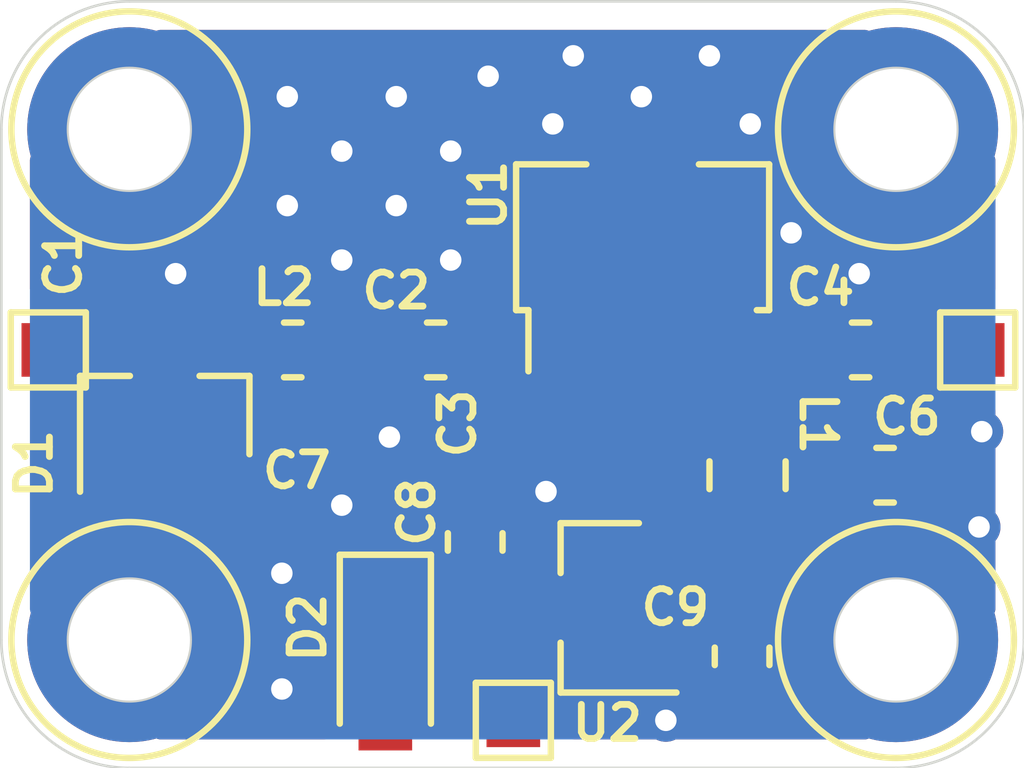
<source format=kicad_pcb>
(kicad_pcb (version 20171130) (host pcbnew "(5.1.6-0-10_14)")

  (general
    (thickness 1.6)
    (drawings 21)
    (tracks 61)
    (zones 0)
    (modules 23)
    (nets 12)
  )

  (page A4)
  (layers
    (0 F.Cu signal hide)
    (31 B.Cu signal hide)
    (32 B.Adhes user)
    (33 F.Adhes user)
    (34 B.Paste user)
    (35 F.Paste user)
    (36 B.SilkS user)
    (37 F.SilkS user)
    (38 B.Mask user hide)
    (39 F.Mask user)
    (40 Dwgs.User user)
    (41 Cmts.User user)
    (42 Eco1.User user)
    (43 Eco2.User user)
    (44 Edge.Cuts user)
    (45 Margin user)
    (46 B.CrtYd user hide)
    (47 F.CrtYd user hide)
    (48 B.Fab user)
    (49 F.Fab user hide)
  )

  (setup
    (last_trace_width 0.25)
    (user_trace_width 0.381)
    (user_trace_width 0.508)
    (user_trace_width 0.9525)
    (trace_clearance 0.1)
    (zone_clearance 0.508)
    (zone_45_only no)
    (trace_min 0.2)
    (via_size 0.8)
    (via_drill 0.4)
    (via_min_size 0.4)
    (via_min_drill 0.3)
    (user_via 1.016 0.508)
    (uvia_size 0.3)
    (uvia_drill 0.1)
    (uvias_allowed no)
    (uvia_min_size 0.2)
    (uvia_min_drill 0.1)
    (edge_width 0.05)
    (segment_width 0.2)
    (pcb_text_width 0.3)
    (pcb_text_size 1.5 1.5)
    (mod_edge_width 0.12)
    (mod_text_size 1 1)
    (mod_text_width 0.15)
    (pad_size 1 1)
    (pad_drill 0)
    (pad_to_mask_clearance 0.05)
    (aux_axis_origin 0 0)
    (grid_origin 116.586 91.186)
    (visible_elements 7FFFFFFF)
    (pcbplotparams
      (layerselection 0x010e0_ffffffff)
      (usegerberextensions false)
      (usegerberattributes true)
      (usegerberadvancedattributes true)
      (creategerberjobfile true)
      (excludeedgelayer true)
      (linewidth 0.100000)
      (plotframeref false)
      (viasonmask true)
      (mode 1)
      (useauxorigin false)
      (hpglpennumber 1)
      (hpglpenspeed 20)
      (hpglpendiameter 15.000000)
      (psnegative false)
      (psa4output false)
      (plotreference true)
      (plotvalue true)
      (plotinvisibletext false)
      (padsonsilk false)
      (subtractmaskfromsilk true)
      (outputformat 1)
      (mirror false)
      (drillshape 0)
      (scaleselection 1)
      (outputdirectory "./preamp_inline"))
  )

  (net 0 "")
  (net 1 GND)
  (net 2 "Net-(C1-Pad1)")
  (net 3 "Net-(C2-Pad1)")
  (net 4 "Net-(C2-Pad2)")
  (net 5 "Net-(C3-Pad1)")
  (net 6 "Net-(C4-Pad1)")
  (net 7 "Net-(C4-Pad2)")
  (net 8 "Net-(C5-Pad2)")
  (net 9 "Net-(C7-Pad1)")
  (net 10 VDD)
  (net 11 "Net-(C8-Pad1)")

  (net_class Default "This is the default net class."
    (clearance 0.1)
    (trace_width 0.25)
    (via_dia 0.8)
    (via_drill 0.4)
    (uvia_dia 0.3)
    (uvia_drill 0.1)
    (add_net GND)
    (add_net "Net-(C1-Pad1)")
    (add_net "Net-(C2-Pad1)")
    (add_net "Net-(C2-Pad2)")
    (add_net "Net-(C3-Pad1)")
    (add_net "Net-(C4-Pad1)")
    (add_net "Net-(C4-Pad2)")
    (add_net "Net-(C5-Pad2)")
    (add_net "Net-(C7-Pad1)")
    (add_net "Net-(C8-Pad1)")
    (add_net VDD)
  )

  (module preamp_board:mounting_hole (layer F.Cu) (tedit 5EE7B678) (tstamp 5EDAE840)
    (at 118.9736 93.5736)
    (fp_text reference REF** (at 1.4732 -4.1656) (layer F.SilkS) hide
      (effects (font (size 1 1) (thickness 0.15)))
    )
    (fp_text value mounting_hole (at 0 -2.54) (layer F.Fab) hide
      (effects (font (size 1 1) (thickness 0.15)))
    )
    (fp_circle (center 0 0) (end 2.2 0) (layer F.SilkS) (width 0.12))
    (pad Mask smd circle (at 0 0) (size 4.064 4.064) (layers F.Mask))
    (pad 1 thru_hole circle (at 0 0) (size 3.81 3.81) (drill 2.2606) (layers *.Cu)
      (net 1 GND) (zone_connect 2))
  )

  (module preamp_board:mounting_hole (layer F.Cu) (tedit 5EE7B678) (tstamp 5EE7E9B3)
    (at 133.2738 93.5736)
    (fp_text reference REF** (at 0 2.54) (layer F.SilkS) hide
      (effects (font (size 1 1) (thickness 0.15)))
    )
    (fp_text value mounting_hole (at 0 -2.54) (layer F.Fab) hide
      (effects (font (size 1 1) (thickness 0.15)))
    )
    (fp_circle (center 0 0) (end 2.2 0) (layer F.SilkS) (width 0.12))
    (pad Mask smd circle (at 0 0) (size 4.064 4.064) (layers F.Mask))
    (pad 1 thru_hole circle (at 0 0) (size 3.81 3.81) (drill 2.2606) (layers *.Cu)
      (net 1 GND) (zone_connect 2))
  )

  (module preamp_board:mounting_hole (layer F.Cu) (tedit 5EE7B678) (tstamp 5EDAEA25)
    (at 118.9736 103.0986)
    (fp_text reference REF** (at 0 2.54) (layer F.SilkS) hide
      (effects (font (size 1 1) (thickness 0.15)))
    )
    (fp_text value mounting_hole (at 0 -2.54) (layer F.Fab) hide
      (effects (font (size 1 1) (thickness 0.15)))
    )
    (fp_circle (center 0 0) (end 2.2 0) (layer F.SilkS) (width 0.12))
    (pad Mask smd circle (at 0 0) (size 4.064 4.064) (layers F.Mask))
    (pad 1 thru_hole circle (at 0 0) (size 3.81 3.81) (drill 2.2606) (layers *.Cu)
      (net 1 GND) (zone_connect 2))
  )

  (module preamp_board:mounting_hole (layer F.Cu) (tedit 5EE7B678) (tstamp 5EDAEA25)
    (at 133.2738 103.0986)
    (fp_text reference REF** (at 0 2.54) (layer F.SilkS) hide
      (effects (font (size 1 1) (thickness 0.15)))
    )
    (fp_text value mounting_hole (at 0 -2.54) (layer F.Fab) hide
      (effects (font (size 1 1) (thickness 0.15)))
    )
    (fp_circle (center 0 0) (end 2.2 0) (layer F.SilkS) (width 0.12))
    (pad Mask smd circle (at 0 0) (size 4.064 4.064) (layers F.Mask))
    (pad 1 thru_hole circle (at 0 0) (size 3.81 3.81) (drill 2.2606) (layers *.Cu)
      (net 1 GND) (zone_connect 2))
  )

  (module TestPoint:TestPoint_Pad_1.0x1.0mm (layer F.Cu) (tedit 5A0F774F) (tstamp 5EDB04B5)
    (at 117.4623 97.6884)
    (descr "SMD rectangular pad as test Point, square 1.0mm side length")
    (tags "test point SMD pad rectangle square")
    (path /5EDC4E53)
    (attr virtual)
    (fp_text reference J1 (at -0.9906 -1.778) (layer F.SilkS) hide
      (effects (font (size 1 1) (thickness 0.15)))
    )
    (fp_text value RF_IN (at 0 1.55) (layer F.Fab)
      (effects (font (size 1 1) (thickness 0.15)))
    )
    (fp_line (start 1 1) (end -1 1) (layer F.CrtYd) (width 0.05))
    (fp_line (start 1 1) (end 1 -1) (layer F.CrtYd) (width 0.05))
    (fp_line (start -1 -1) (end -1 1) (layer F.CrtYd) (width 0.05))
    (fp_line (start -1 -1) (end 1 -1) (layer F.CrtYd) (width 0.05))
    (fp_line (start -0.7 0.7) (end -0.7 -0.7) (layer F.SilkS) (width 0.12))
    (fp_line (start 0.7 0.7) (end -0.7 0.7) (layer F.SilkS) (width 0.12))
    (fp_line (start 0.7 -0.7) (end 0.7 0.7) (layer F.SilkS) (width 0.12))
    (fp_line (start -0.7 -0.7) (end 0.7 -0.7) (layer F.SilkS) (width 0.12))
    (fp_text user %R (at 0 -1.45) (layer F.Fab)
      (effects (font (size 1 1) (thickness 0.15)))
    )
    (pad 1 smd rect (at 0 0) (size 1 1) (layers F.Cu F.Mask)
      (net 2 "Net-(C1-Pad1)"))
  )

  (module Capacitor_SMD:C_0402_1005Metric (layer F.Cu) (tedit 5B301BBE) (tstamp 5EDA63CA)
    (at 118.6815 97.0129 90)
    (descr "Capacitor SMD 0402 (1005 Metric), square (rectangular) end terminal, IPC_7351 nominal, (Body size source: http://www.tortai-tech.com/upload/download/2011102023233369053.pdf), generated with kicad-footprint-generator")
    (tags capacitor)
    (path /5ED86524)
    (attr smd)
    (fp_text reference C1 (at 0.9501 -0.9398 90 unlocked) (layer F.SilkS)
      (effects (font (size 0.635 0.635) (thickness 0.127)))
    )
    (fp_text value C_0402 (at 0 1.17 90) (layer F.Fab)
      (effects (font (size 1 1) (thickness 0.15)))
    )
    (fp_line (start 0.93 0.47) (end -0.93 0.47) (layer F.CrtYd) (width 0.05))
    (fp_line (start 0.93 -0.47) (end 0.93 0.47) (layer F.CrtYd) (width 0.05))
    (fp_line (start -0.93 -0.47) (end 0.93 -0.47) (layer F.CrtYd) (width 0.05))
    (fp_line (start -0.93 0.47) (end -0.93 -0.47) (layer F.CrtYd) (width 0.05))
    (fp_line (start 0.5 0.25) (end -0.5 0.25) (layer F.Fab) (width 0.1))
    (fp_line (start 0.5 -0.25) (end 0.5 0.25) (layer F.Fab) (width 0.1))
    (fp_line (start -0.5 -0.25) (end 0.5 -0.25) (layer F.Fab) (width 0.1))
    (fp_line (start -0.5 0.25) (end -0.5 -0.25) (layer F.Fab) (width 0.1))
    (fp_text user %R (at 0 0 90) (layer F.Fab)
      (effects (font (size 0.25 0.25) (thickness 0.04)))
    )
    (pad 2 smd roundrect (at 0.485 0 90) (size 0.59 0.64) (layers F.Cu F.Paste F.Mask) (roundrect_rratio 0.25)
      (net 1 GND))
    (pad 1 smd roundrect (at -0.485 0 90) (size 0.59 0.64) (layers F.Cu F.Paste F.Mask) (roundrect_rratio 0.25)
      (net 2 "Net-(C1-Pad1)"))
    (model ${KISYS3DMOD}/Capacitor_SMD.3dshapes/C_0402_1005Metric.wrl
      (at (xyz 0 0 0))
      (scale (xyz 1 1 1))
      (rotate (xyz 0 0 0))
    )
  )

  (module Capacitor_SMD:C_0402_1005Metric (layer F.Cu) (tedit 5B301BBE) (tstamp 5EDE6DA5)
    (at 126.4134 99.0092 180)
    (descr "Capacitor SMD 0402 (1005 Metric), square (rectangular) end terminal, IPC_7351 nominal, (Body size source: http://www.tortai-tech.com/upload/download/2011102023233369053.pdf), generated with kicad-footprint-generator")
    (tags capacitor)
    (path /5ED83E2A)
    (attr smd)
    (fp_text reference C3 (at 1.3184 -0.0508 270) (layer F.SilkS)
      (effects (font (size 0.635 0.635) (thickness 0.127)))
    )
    (fp_text value C_0402 (at 0 1.17) (layer F.Fab)
      (effects (font (size 1 1) (thickness 0.15)))
    )
    (fp_line (start 0.93 0.47) (end -0.93 0.47) (layer F.CrtYd) (width 0.05))
    (fp_line (start 0.93 -0.47) (end 0.93 0.47) (layer F.CrtYd) (width 0.05))
    (fp_line (start -0.93 -0.47) (end 0.93 -0.47) (layer F.CrtYd) (width 0.05))
    (fp_line (start -0.93 0.47) (end -0.93 -0.47) (layer F.CrtYd) (width 0.05))
    (fp_line (start 0.5 0.25) (end -0.5 0.25) (layer F.Fab) (width 0.1))
    (fp_line (start 0.5 -0.25) (end 0.5 0.25) (layer F.Fab) (width 0.1))
    (fp_line (start -0.5 -0.25) (end 0.5 -0.25) (layer F.Fab) (width 0.1))
    (fp_line (start -0.5 0.25) (end -0.5 -0.25) (layer F.Fab) (width 0.1))
    (fp_text user %R (at 0 0) (layer F.Fab)
      (effects (font (size 0.25 0.25) (thickness 0.04)))
    )
    (pad 2 smd roundrect (at 0.485 0 180) (size 0.59 0.64) (layers F.Cu F.Paste F.Mask) (roundrect_rratio 0.25)
      (net 3 "Net-(C2-Pad1)"))
    (pad 1 smd roundrect (at -0.485 0 180) (size 0.59 0.64) (layers F.Cu F.Paste F.Mask) (roundrect_rratio 0.25)
      (net 5 "Net-(C3-Pad1)"))
    (model ${KISYS3DMOD}/Capacitor_SMD.3dshapes/C_0402_1005Metric.wrl
      (at (xyz 0 0 0))
      (scale (xyz 1 1 1))
      (rotate (xyz 0 0 0))
    )
  )

  (module Capacitor_SMD:C_0402_1005Metric (layer F.Cu) (tedit 5B301BBE) (tstamp 5ED93EE9)
    (at 128.501 100.1268)
    (descr "Capacitor SMD 0402 (1005 Metric), square (rectangular) end terminal, IPC_7351 nominal, (Body size source: http://www.tortai-tech.com/upload/download/2011102023233369053.pdf), generated with kicad-footprint-generator")
    (tags capacitor)
    (path /5ED87906)
    (attr smd)
    (fp_text reference C5 (at -1.1835 0.0762 90 unlocked) (layer F.SilkS) hide
      (effects (font (size 0.635 0.635) (thickness 0.127)))
    )
    (fp_text value C_0402 (at 0 1.17) (layer F.Fab)
      (effects (font (size 1 1) (thickness 0.15)))
    )
    (fp_line (start 0.93 0.47) (end -0.93 0.47) (layer F.CrtYd) (width 0.05))
    (fp_line (start 0.93 -0.47) (end 0.93 0.47) (layer F.CrtYd) (width 0.05))
    (fp_line (start -0.93 -0.47) (end 0.93 -0.47) (layer F.CrtYd) (width 0.05))
    (fp_line (start -0.93 0.47) (end -0.93 -0.47) (layer F.CrtYd) (width 0.05))
    (fp_line (start 0.5 0.25) (end -0.5 0.25) (layer F.Fab) (width 0.1))
    (fp_line (start 0.5 -0.25) (end 0.5 0.25) (layer F.Fab) (width 0.1))
    (fp_line (start -0.5 -0.25) (end 0.5 -0.25) (layer F.Fab) (width 0.1))
    (fp_line (start -0.5 0.25) (end -0.5 -0.25) (layer F.Fab) (width 0.1))
    (fp_text user %R (at 0 0) (layer F.Fab)
      (effects (font (size 0.25 0.25) (thickness 0.04)))
    )
    (pad 2 smd roundrect (at 0.485 0) (size 0.59 0.64) (layers F.Cu F.Paste F.Mask) (roundrect_rratio 0.25)
      (net 8 "Net-(C5-Pad2)"))
    (pad 1 smd roundrect (at -0.485 0) (size 0.59 0.64) (layers F.Cu F.Paste F.Mask) (roundrect_rratio 0.25)
      (net 1 GND))
    (model ${KISYS3DMOD}/Capacitor_SMD.3dshapes/C_0402_1005Metric.wrl
      (at (xyz 0 0 0))
      (scale (xyz 1 1 1))
      (rotate (xyz 0 0 0))
    )
  )

  (module Capacitor_SMD:C_0402_1005Metric (layer F.Cu) (tedit 5B301BBE) (tstamp 5ED93F09)
    (at 121.262 100.9015)
    (descr "Capacitor SMD 0402 (1005 Metric), square (rectangular) end terminal, IPC_7351 nominal, (Body size source: http://www.tortai-tech.com/upload/download/2011102023233369053.pdf), generated with kicad-footprint-generator")
    (tags capacitor)
    (path /5EDC06E7)
    (attr smd)
    (fp_text reference C7 (at 0.8358 -0.9652 unlocked) (layer F.SilkS)
      (effects (font (size 0.635 0.635) (thickness 0.127)))
    )
    (fp_text value C_0402 (at 0 1.17) (layer F.Fab)
      (effects (font (size 1 1) (thickness 0.15)))
    )
    (fp_line (start 0.93 0.47) (end -0.93 0.47) (layer F.CrtYd) (width 0.05))
    (fp_line (start 0.93 -0.47) (end 0.93 0.47) (layer F.CrtYd) (width 0.05))
    (fp_line (start -0.93 -0.47) (end 0.93 -0.47) (layer F.CrtYd) (width 0.05))
    (fp_line (start -0.93 0.47) (end -0.93 -0.47) (layer F.CrtYd) (width 0.05))
    (fp_line (start 0.5 0.25) (end -0.5 0.25) (layer F.Fab) (width 0.1))
    (fp_line (start 0.5 -0.25) (end 0.5 0.25) (layer F.Fab) (width 0.1))
    (fp_line (start -0.5 -0.25) (end 0.5 -0.25) (layer F.Fab) (width 0.1))
    (fp_line (start -0.5 0.25) (end -0.5 -0.25) (layer F.Fab) (width 0.1))
    (fp_text user %R (at 0 0) (layer F.Fab)
      (effects (font (size 0.25 0.25) (thickness 0.04)))
    )
    (pad 2 smd roundrect (at 0.485 0) (size 0.59 0.64) (layers F.Cu F.Paste F.Mask) (roundrect_rratio 0.25)
      (net 1 GND))
    (pad 1 smd roundrect (at -0.485 0) (size 0.59 0.64) (layers F.Cu F.Paste F.Mask) (roundrect_rratio 0.25)
      (net 9 "Net-(C7-Pad1)"))
    (model ${KISYS3DMOD}/Capacitor_SMD.3dshapes/C_0402_1005Metric.wrl
      (at (xyz 0 0 0))
      (scale (xyz 1 1 1))
      (rotate (xyz 0 0 0))
    )
  )

  (module Package_TO_SOT_SMD:SOT-23 (layer F.Cu) (tedit 5A02FF57) (tstamp 5EDAFE3F)
    (at 119.634 98.933 90)
    (descr "SOT-23, Standard")
    (tags SOT-23)
    (path /5EDA8CFA)
    (attr smd)
    (fp_text reference D1 (at -0.8796 -2.4384 90) (layer F.SilkS)
      (effects (font (size 0.635 0.635) (thickness 0.127)))
    )
    (fp_text value BAV99 (at 0 2.5 90) (layer F.Fab)
      (effects (font (size 1 1) (thickness 0.15)))
    )
    (fp_line (start 0.76 1.58) (end -0.7 1.58) (layer F.SilkS) (width 0.12))
    (fp_line (start 0.76 -1.58) (end -1.4 -1.58) (layer F.SilkS) (width 0.12))
    (fp_line (start -1.7 1.75) (end -1.7 -1.75) (layer F.CrtYd) (width 0.05))
    (fp_line (start 1.7 1.75) (end -1.7 1.75) (layer F.CrtYd) (width 0.05))
    (fp_line (start 1.7 -1.75) (end 1.7 1.75) (layer F.CrtYd) (width 0.05))
    (fp_line (start -1.7 -1.75) (end 1.7 -1.75) (layer F.CrtYd) (width 0.05))
    (fp_line (start 0.76 -1.58) (end 0.76 -0.65) (layer F.SilkS) (width 0.12))
    (fp_line (start 0.76 1.58) (end 0.76 0.65) (layer F.SilkS) (width 0.12))
    (fp_line (start -0.7 1.52) (end 0.7 1.52) (layer F.Fab) (width 0.1))
    (fp_line (start 0.7 -1.52) (end 0.7 1.52) (layer F.Fab) (width 0.1))
    (fp_line (start -0.7 -0.95) (end -0.15 -1.52) (layer F.Fab) (width 0.1))
    (fp_line (start -0.15 -1.52) (end 0.7 -1.52) (layer F.Fab) (width 0.1))
    (fp_line (start -0.7 -0.95) (end -0.7 1.5) (layer F.Fab) (width 0.1))
    (fp_text user %R (at 0 0) (layer F.Fab)
      (effects (font (size 0.5 0.5) (thickness 0.075)))
    )
    (pad 3 smd rect (at 1 0 90) (size 0.9 0.8) (layers F.Cu F.Paste F.Mask)
      (net 2 "Net-(C1-Pad1)"))
    (pad 2 smd rect (at -1 0.95 90) (size 0.9 0.8) (layers F.Cu F.Paste F.Mask)
      (net 9 "Net-(C7-Pad1)"))
    (pad 1 smd rect (at -1 -0.95 90) (size 0.9 0.8) (layers F.Cu F.Paste F.Mask)
      (net 9 "Net-(C7-Pad1)"))
    (model ${KISYS3DMOD}/Package_TO_SOT_SMD.3dshapes/SOT-23.wrl
      (at (xyz 0 0 0))
      (scale (xyz 1 1 1))
      (rotate (xyz 0 0 0))
    )
  )

  (module Resistor_SMD:R_0402_1005Metric (layer F.Cu) (tedit 5B301BBD) (tstamp 5EDAD811)
    (at 128.4502 99.0092 180)
    (descr "Resistor SMD 0402 (1005 Metric), square (rectangular) end terminal, IPC_7351 nominal, (Body size source: http://www.tortai-tech.com/upload/download/2011102023233369053.pdf), generated with kicad-footprint-generator")
    (tags resistor)
    (path /5ED84960)
    (attr smd)
    (fp_text reference R1 (at 1.0057 0.5207 unlocked) (layer F.SilkS) hide
      (effects (font (size 0.635 0.635) (thickness 0.127)))
    )
    (fp_text value R_0402 (at 0 1.17) (layer F.Fab)
      (effects (font (size 1 1) (thickness 0.15)))
    )
    (fp_line (start 0.93 0.47) (end -0.93 0.47) (layer F.CrtYd) (width 0.05))
    (fp_line (start 0.93 -0.47) (end 0.93 0.47) (layer F.CrtYd) (width 0.05))
    (fp_line (start -0.93 -0.47) (end 0.93 -0.47) (layer F.CrtYd) (width 0.05))
    (fp_line (start -0.93 0.47) (end -0.93 -0.47) (layer F.CrtYd) (width 0.05))
    (fp_line (start 0.5 0.25) (end -0.5 0.25) (layer F.Fab) (width 0.1))
    (fp_line (start 0.5 -0.25) (end 0.5 0.25) (layer F.Fab) (width 0.1))
    (fp_line (start -0.5 -0.25) (end 0.5 -0.25) (layer F.Fab) (width 0.1))
    (fp_line (start -0.5 0.25) (end -0.5 -0.25) (layer F.Fab) (width 0.1))
    (fp_text user %R (at 0 0) (layer F.Fab)
      (effects (font (size 0.25 0.25) (thickness 0.04)))
    )
    (pad 2 smd roundrect (at 0.485 0 180) (size 0.59 0.64) (layers F.Cu F.Paste F.Mask) (roundrect_rratio 0.25)
      (net 5 "Net-(C3-Pad1)"))
    (pad 1 smd roundrect (at -0.485 0 180) (size 0.59 0.64) (layers F.Cu F.Paste F.Mask) (roundrect_rratio 0.25)
      (net 7 "Net-(C4-Pad2)"))
    (model ${KISYS3DMOD}/Resistor_SMD.3dshapes/R_0402_1005Metric.wrl
      (at (xyz 0 0 0))
      (scale (xyz 1 1 1))
      (rotate (xyz 0 0 0))
    )
  )

  (module Package_TO_SOT_SMD:SOT-89-3 (layer F.Cu) (tedit 5EDE6B21) (tstamp 5EDAFB80)
    (at 128.548 95.886 90)
    (descr "SOT-89-3, http://ww1.microchip.com/downloads/en/DeviceDoc/3L_SOT-89_MB_C04-029C.pdf")
    (tags SOT-89-3)
    (path /5ED9C6CD)
    (attr smd)
    (fp_text reference U1 (at 1.0805 -2.8815 90) (layer F.SilkS)
      (effects (font (size 0.635 0.635) (thickness 0.127)))
    )
    (fp_text value PHA-13LN (at 0.3 3.5 90) (layer F.Fab)
      (effects (font (size 1 1) (thickness 0.15)))
    )
    (fp_line (start -1.06 2.36) (end -1.06 2.13) (layer F.SilkS) (width 0.12))
    (fp_line (start -1.06 -2.36) (end -1.06 -2.13) (layer F.SilkS) (width 0.12))
    (fp_line (start -1.06 -2.36) (end 1.66 -2.36) (layer F.SilkS) (width 0.12))
    (fp_line (start -2.55 2.5) (end -2.55 -2.5) (layer F.CrtYd) (width 0.05))
    (fp_line (start -2.55 2.5) (end 2.55 2.5) (layer F.CrtYd) (width 0.05))
    (fp_line (start 2.55 -2.5) (end -2.55 -2.5) (layer F.CrtYd) (width 0.05))
    (fp_line (start 2.55 -2.5) (end 2.55 2.5) (layer F.CrtYd) (width 0.05))
    (fp_line (start 0.05 -2.25) (end 1.55 -2.25) (layer F.Fab) (width 0.1))
    (fp_line (start -0.95 2.25) (end -0.95 -1.25) (layer F.Fab) (width 0.1))
    (fp_line (start 1.55 2.25) (end -0.95 2.25) (layer F.Fab) (width 0.1))
    (fp_line (start 1.55 -2.25) (end 1.55 2.25) (layer F.Fab) (width 0.1))
    (fp_line (start -0.95 -1.25) (end 0.05 -2.25) (layer F.Fab) (width 0.1))
    (fp_line (start 1.66 -2.36) (end 1.66 -1.05) (layer F.SilkS) (width 0.12))
    (fp_line (start -2.2 -2.13) (end -1.06 -2.13) (layer F.SilkS) (width 0.12))
    (fp_line (start 1.66 2.36) (end -1.06 2.36) (layer F.SilkS) (width 0.12))
    (fp_line (start 1.66 1.05) (end 1.66 2.36) (layer F.SilkS) (width 0.12))
    (fp_text user %R (at 0.5 0) (layer F.Fab)
      (effects (font (size 1 1) (thickness 0.15)))
    )
    (pad 2 smd custom (at -1.5625 0 90) (size 1.475 0.762) (layers F.Cu F.Paste F.Mask)
      (net 1 GND) (zone_connect 2)
      (options (clearance outline) (anchor rect))
      (primitives
        (gr_poly (pts
           (xy 0.7375 -0.381) (xy 1.27 -0.381) (xy 1.778 -0.889) (xy 3.8625 -0.889) (xy 3.8625 0.889)
           (xy 1.778 0.889) (xy 1.27 0.381) (xy 0.7375 0.381)) (width 0))
      ))
    (pad 3 smd rect (at -1.65 1.5 90) (size 1.3 0.9) (layers F.Cu F.Paste F.Mask)
      (net 7 "Net-(C4-Pad2)"))
    (pad 1 smd rect (at -1.65 -1.5 90) (size 1.3 0.9) (layers F.Cu F.Paste F.Mask)
      (net 3 "Net-(C2-Pad1)"))
    (model ${KISYS3DMOD}/Package_TO_SOT_SMD.3dshapes/SOT-89-3.wrl
      (at (xyz 0 0 0))
      (scale (xyz 1 1 1))
      (rotate (xyz 0 0 0))
    )
  )

  (module Capacitor_SMD:C_0603_1608Metric (layer F.Cu) (tedit 5B301BBE) (tstamp 5EDE39D8)
    (at 124.6885 97.6884 180)
    (descr "Capacitor SMD 0603 (1608 Metric), square (rectangular) end terminal, IPC_7351 nominal, (Body size source: http://www.tortai-tech.com/upload/download/2011102023233369053.pdf), generated with kicad-footprint-generator")
    (tags capacitor)
    (path /5ED85AE9)
    (attr smd)
    (fp_text reference C2 (at 0.7365 1.1049 unlocked) (layer F.SilkS)
      (effects (font (size 0.635 0.635) (thickness 0.127)))
    )
    (fp_text value C_0603 (at 0 1.43) (layer F.Fab)
      (effects (font (size 1 1) (thickness 0.15)))
    )
    (fp_line (start 1.48 0.73) (end -1.48 0.73) (layer F.CrtYd) (width 0.05))
    (fp_line (start 1.48 -0.73) (end 1.48 0.73) (layer F.CrtYd) (width 0.05))
    (fp_line (start -1.48 -0.73) (end 1.48 -0.73) (layer F.CrtYd) (width 0.05))
    (fp_line (start -1.48 0.73) (end -1.48 -0.73) (layer F.CrtYd) (width 0.05))
    (fp_line (start -0.162779 0.51) (end 0.162779 0.51) (layer F.SilkS) (width 0.12))
    (fp_line (start -0.162779 -0.51) (end 0.162779 -0.51) (layer F.SilkS) (width 0.12))
    (fp_line (start 0.8 0.4) (end -0.8 0.4) (layer F.Fab) (width 0.1))
    (fp_line (start 0.8 -0.4) (end 0.8 0.4) (layer F.Fab) (width 0.1))
    (fp_line (start -0.8 -0.4) (end 0.8 -0.4) (layer F.Fab) (width 0.1))
    (fp_line (start -0.8 0.4) (end -0.8 -0.4) (layer F.Fab) (width 0.1))
    (fp_text user %R (at 0 0) (layer F.Fab)
      (effects (font (size 0.4 0.4) (thickness 0.06)))
    )
    (pad 2 smd roundrect (at 0.7875 0 180) (size 0.875 0.95) (layers F.Cu F.Paste F.Mask) (roundrect_rratio 0.25)
      (net 4 "Net-(C2-Pad2)"))
    (pad 1 smd roundrect (at -0.7875 0 180) (size 0.875 0.95) (layers F.Cu F.Paste F.Mask) (roundrect_rratio 0.25)
      (net 3 "Net-(C2-Pad1)"))
    (model ${KISYS3DMOD}/Capacitor_SMD.3dshapes/C_0603_1608Metric.wrl
      (at (xyz 0 0 0))
      (scale (xyz 1 1 1))
      (rotate (xyz 0 0 0))
    )
  )

  (module Capacitor_SMD:C_0603_1608Metric (layer F.Cu) (tedit 5B301BBE) (tstamp 5EDA6A15)
    (at 132.6135 97.6884 180)
    (descr "Capacitor SMD 0603 (1608 Metric), square (rectangular) end terminal, IPC_7351 nominal, (Body size source: http://www.tortai-tech.com/upload/download/2011102023233369053.pdf), generated with kicad-footprint-generator")
    (tags capacitor)
    (path /5ED8835D)
    (attr smd)
    (fp_text reference C4 (at 0.7494 1.1684) (layer F.SilkS)
      (effects (font (size 0.635 0.635) (thickness 0.127)))
    )
    (fp_text value C_0603 (at 0 1.43) (layer F.Fab)
      (effects (font (size 1 1) (thickness 0.15)))
    )
    (fp_line (start 1.48 0.73) (end -1.48 0.73) (layer F.CrtYd) (width 0.05))
    (fp_line (start 1.48 -0.73) (end 1.48 0.73) (layer F.CrtYd) (width 0.05))
    (fp_line (start -1.48 -0.73) (end 1.48 -0.73) (layer F.CrtYd) (width 0.05))
    (fp_line (start -1.48 0.73) (end -1.48 -0.73) (layer F.CrtYd) (width 0.05))
    (fp_line (start -0.162779 0.51) (end 0.162779 0.51) (layer F.SilkS) (width 0.12))
    (fp_line (start -0.162779 -0.51) (end 0.162779 -0.51) (layer F.SilkS) (width 0.12))
    (fp_line (start 0.8 0.4) (end -0.8 0.4) (layer F.Fab) (width 0.1))
    (fp_line (start 0.8 -0.4) (end 0.8 0.4) (layer F.Fab) (width 0.1))
    (fp_line (start -0.8 -0.4) (end 0.8 -0.4) (layer F.Fab) (width 0.1))
    (fp_line (start -0.8 0.4) (end -0.8 -0.4) (layer F.Fab) (width 0.1))
    (fp_text user %R (at 0 0) (layer F.Fab)
      (effects (font (size 0.4 0.4) (thickness 0.06)))
    )
    (pad 2 smd roundrect (at 0.7875 0 180) (size 0.875 0.95) (layers F.Cu F.Paste F.Mask) (roundrect_rratio 0.25)
      (net 7 "Net-(C4-Pad2)"))
    (pad 1 smd roundrect (at -0.7875 0 180) (size 0.875 0.95) (layers F.Cu F.Paste F.Mask) (roundrect_rratio 0.25)
      (net 6 "Net-(C4-Pad1)"))
    (model ${KISYS3DMOD}/Capacitor_SMD.3dshapes/C_0603_1608Metric.wrl
      (at (xyz 0 0 0))
      (scale (xyz 1 1 1))
      (rotate (xyz 0 0 0))
    )
  )

  (module Inductor_SMD:L_0603_1608Metric (layer F.Cu) (tedit 5B301BBE) (tstamp 5EDAFBBE)
    (at 122.0215 97.6884)
    (descr "Inductor SMD 0603 (1608 Metric), square (rectangular) end terminal, IPC_7351 nominal, (Body size source: http://www.tortai-tech.com/upload/download/2011102023233369053.pdf), generated with kicad-footprint-generator")
    (tags inductor)
    (path /5ED913EC)
    (attr smd)
    (fp_text reference L2 (at -0.165 -1.1684) (layer F.SilkS)
      (effects (font (size 0.635 0.635) (thickness 0.127)))
    )
    (fp_text value L_0603 (at 0 1.43) (layer F.Fab)
      (effects (font (size 1 1) (thickness 0.15)))
    )
    (fp_line (start 1.48 0.73) (end -1.48 0.73) (layer F.CrtYd) (width 0.05))
    (fp_line (start 1.48 -0.73) (end 1.48 0.73) (layer F.CrtYd) (width 0.05))
    (fp_line (start -1.48 -0.73) (end 1.48 -0.73) (layer F.CrtYd) (width 0.05))
    (fp_line (start -1.48 0.73) (end -1.48 -0.73) (layer F.CrtYd) (width 0.05))
    (fp_line (start -0.162779 0.51) (end 0.162779 0.51) (layer F.SilkS) (width 0.12))
    (fp_line (start -0.162779 -0.51) (end 0.162779 -0.51) (layer F.SilkS) (width 0.12))
    (fp_line (start 0.8 0.4) (end -0.8 0.4) (layer F.Fab) (width 0.1))
    (fp_line (start 0.8 -0.4) (end 0.8 0.4) (layer F.Fab) (width 0.1))
    (fp_line (start -0.8 -0.4) (end 0.8 -0.4) (layer F.Fab) (width 0.1))
    (fp_line (start -0.8 0.4) (end -0.8 -0.4) (layer F.Fab) (width 0.1))
    (fp_text user %R (at 0 0) (layer F.Fab)
      (effects (font (size 0.4 0.4) (thickness 0.06)))
    )
    (pad 2 smd roundrect (at 0.7875 0) (size 0.875 0.95) (layers F.Cu F.Paste F.Mask) (roundrect_rratio 0.25)
      (net 4 "Net-(C2-Pad2)"))
    (pad 1 smd roundrect (at -0.7875 0) (size 0.875 0.95) (layers F.Cu F.Paste F.Mask) (roundrect_rratio 0.25)
      (net 2 "Net-(C1-Pad1)"))
    (model ${KISYS3DMOD}/Inductor_SMD.3dshapes/L_0603_1608Metric.wrl
      (at (xyz 0 0 0))
      (scale (xyz 1 1 1))
      (rotate (xyz 0 0 0))
    )
  )

  (module Capacitor_SMD:C_0603_1608Metric (layer F.Cu) (tedit 5B301BBE) (tstamp 5EDA6766)
    (at 133.0707 100.0252 180)
    (descr "Capacitor SMD 0603 (1608 Metric), square (rectangular) end terminal, IPC_7351 nominal, (Body size source: http://www.tortai-tech.com/upload/download/2011102023233369053.pdf), generated with kicad-footprint-generator")
    (tags capacitor)
    (path /5ED8732B)
    (attr smd)
    (fp_text reference C6 (at -0.4063 1.0922 180) (layer F.SilkS)
      (effects (font (size 0.635 0.635) (thickness 0.127)))
    )
    (fp_text value C_0603 (at 0 1.43) (layer F.Fab)
      (effects (font (size 1 1) (thickness 0.15)))
    )
    (fp_line (start 1.48 0.73) (end -1.48 0.73) (layer F.CrtYd) (width 0.05))
    (fp_line (start 1.48 -0.73) (end 1.48 0.73) (layer F.CrtYd) (width 0.05))
    (fp_line (start -1.48 -0.73) (end 1.48 -0.73) (layer F.CrtYd) (width 0.05))
    (fp_line (start -1.48 0.73) (end -1.48 -0.73) (layer F.CrtYd) (width 0.05))
    (fp_line (start -0.162779 0.51) (end 0.162779 0.51) (layer F.SilkS) (width 0.12))
    (fp_line (start -0.162779 -0.51) (end 0.162779 -0.51) (layer F.SilkS) (width 0.12))
    (fp_line (start 0.8 0.4) (end -0.8 0.4) (layer F.Fab) (width 0.1))
    (fp_line (start 0.8 -0.4) (end 0.8 0.4) (layer F.Fab) (width 0.1))
    (fp_line (start -0.8 -0.4) (end 0.8 -0.4) (layer F.Fab) (width 0.1))
    (fp_line (start -0.8 0.4) (end -0.8 -0.4) (layer F.Fab) (width 0.1))
    (fp_text user %R (at 0 0) (layer F.Fab)
      (effects (font (size 0.4 0.4) (thickness 0.06)))
    )
    (pad 2 smd roundrect (at 0.7875 0 180) (size 0.875 0.95) (layers F.Cu F.Paste F.Mask) (roundrect_rratio 0.25)
      (net 8 "Net-(C5-Pad2)"))
    (pad 1 smd roundrect (at -0.7875 0 180) (size 0.875 0.95) (layers F.Cu F.Paste F.Mask) (roundrect_rratio 0.25)
      (net 1 GND))
    (model ${KISYS3DMOD}/Capacitor_SMD.3dshapes/C_0603_1608Metric.wrl
      (at (xyz 0 0 0))
      (scale (xyz 1 1 1))
      (rotate (xyz 0 0 0))
    )
  )

  (module TestPoint:TestPoint_Pad_1.0x1.0mm (layer F.Cu) (tedit 5EE7AB12) (tstamp 5EDA68B6)
    (at 134.7978 97.6884)
    (descr "SMD rectangular pad as test Point, square 1.0mm side length")
    (tags "test point SMD pad rectangle square")
    (path /5EDC6FC2)
    (attr virtual)
    (fp_text reference J2 (at 0 -1.448) (layer F.SilkS) hide
      (effects (font (size 1 1) (thickness 0.15)))
    )
    (fp_text value RF_OUT (at 0 1.55) (layer F.Fab)
      (effects (font (size 1 1) (thickness 0.15)))
    )
    (fp_line (start 1 1) (end -1 1) (layer F.CrtYd) (width 0.05))
    (fp_line (start 1 1) (end 1 -1) (layer F.CrtYd) (width 0.05))
    (fp_line (start -1 -1) (end -1 1) (layer F.CrtYd) (width 0.05))
    (fp_line (start -1 -1) (end 1 -1) (layer F.CrtYd) (width 0.05))
    (fp_line (start -0.7 0.7) (end -0.7 -0.7) (layer F.SilkS) (width 0.12))
    (fp_line (start 0.7 0.7) (end -0.7 0.7) (layer F.SilkS) (width 0.12))
    (fp_line (start 0.7 -0.7) (end 0.7 0.7) (layer F.SilkS) (width 0.12))
    (fp_line (start -0.7 -0.7) (end 0.7 -0.7) (layer F.SilkS) (width 0.12))
    (fp_text user %R (at 0 -1.45) (layer F.Fab)
      (effects (font (size 1 1) (thickness 0.15)))
    )
    (pad 1 smd rect (at 0 0) (size 1 1) (layers F.Cu F.Mask)
      (net 6 "Net-(C4-Pad1)"))
  )

  (module Inductor_SMD:L_0805_2012Metric (layer F.Cu) (tedit 5B36C52B) (tstamp 5EDAFD78)
    (at 130.5052 100.0252 90)
    (descr "Inductor SMD 0805 (2012 Metric), square (rectangular) end terminal, IPC_7351 nominal, (Body size source: https://docs.google.com/spreadsheets/d/1BsfQQcO9C6DZCsRaXUlFlo91Tg2WpOkGARC1WS5S8t0/edit?usp=sharing), generated with kicad-footprint-generator")
    (tags inductor)
    (path /5ED8A7A6)
    (attr smd)
    (fp_text reference L1 (at 0.9652 1.3208 270 unlocked) (layer F.SilkS)
      (effects (font (size 0.635 0.635) (thickness 0.127)))
    )
    (fp_text value L_0805 (at 0 1.65 90) (layer F.Fab)
      (effects (font (size 1 1) (thickness 0.15)))
    )
    (fp_line (start -1 0.6) (end -1 -0.6) (layer F.Fab) (width 0.1))
    (fp_line (start -1 -0.6) (end 1 -0.6) (layer F.Fab) (width 0.1))
    (fp_line (start 1 -0.6) (end 1 0.6) (layer F.Fab) (width 0.1))
    (fp_line (start 1 0.6) (end -1 0.6) (layer F.Fab) (width 0.1))
    (fp_line (start -0.258578 -0.71) (end 0.258578 -0.71) (layer F.SilkS) (width 0.12))
    (fp_line (start -0.258578 0.71) (end 0.258578 0.71) (layer F.SilkS) (width 0.12))
    (fp_line (start -1.68 0.95) (end -1.68 -0.95) (layer F.CrtYd) (width 0.05))
    (fp_line (start -1.68 -0.95) (end 1.68 -0.95) (layer F.CrtYd) (width 0.05))
    (fp_line (start 1.68 -0.95) (end 1.68 0.95) (layer F.CrtYd) (width 0.05))
    (fp_line (start 1.68 0.95) (end -1.68 0.95) (layer F.CrtYd) (width 0.05))
    (fp_text user %R (at 0 0 90) (layer F.Fab)
      (effects (font (size 0.5 0.5) (thickness 0.08)))
    )
    (pad 1 smd roundrect (at -0.9375 0 90) (size 0.975 1.4) (layers F.Cu F.Paste F.Mask) (roundrect_rratio 0.25)
      (net 8 "Net-(C5-Pad2)"))
    (pad 2 smd roundrect (at 0.9375 0 90) (size 0.975 1.4) (layers F.Cu F.Paste F.Mask) (roundrect_rratio 0.25)
      (net 7 "Net-(C4-Pad2)"))
    (model ${KISYS3DMOD}/Inductor_SMD.3dshapes/L_0805_2012Metric.wrl
      (at (xyz 0 0 0))
      (scale (xyz 1 1 1))
      (rotate (xyz 0 0 0))
    )
  )

  (module Package_TO_SOT_SMD:SOT-23 (layer F.Cu) (tedit 5A02FF57) (tstamp 5EDE55BD)
    (at 127.778 102.4992 180)
    (descr "SOT-23, Standard")
    (tags SOT-23)
    (path /5EE530B9)
    (attr smd)
    (fp_text reference U2 (at -0.111 -2.1488 180) (layer F.SilkS)
      (effects (font (size 0.635 0.635) (thickness 0.127)))
    )
    (fp_text value TPS7A05 (at 0 2.5) (layer F.Fab)
      (effects (font (size 1 1) (thickness 0.15)))
    )
    (fp_line (start 0.76 1.58) (end -0.7 1.58) (layer F.SilkS) (width 0.12))
    (fp_line (start 0.76 -1.58) (end -1.4 -1.58) (layer F.SilkS) (width 0.12))
    (fp_line (start -1.7 1.75) (end -1.7 -1.75) (layer F.CrtYd) (width 0.05))
    (fp_line (start 1.7 1.75) (end -1.7 1.75) (layer F.CrtYd) (width 0.05))
    (fp_line (start 1.7 -1.75) (end 1.7 1.75) (layer F.CrtYd) (width 0.05))
    (fp_line (start -1.7 -1.75) (end 1.7 -1.75) (layer F.CrtYd) (width 0.05))
    (fp_line (start 0.76 -1.58) (end 0.76 -0.65) (layer F.SilkS) (width 0.12))
    (fp_line (start 0.76 1.58) (end 0.76 0.65) (layer F.SilkS) (width 0.12))
    (fp_line (start -0.7 1.52) (end 0.7 1.52) (layer F.Fab) (width 0.1))
    (fp_line (start 0.7 -1.52) (end 0.7 1.52) (layer F.Fab) (width 0.1))
    (fp_line (start -0.7 -0.95) (end -0.15 -1.52) (layer F.Fab) (width 0.1))
    (fp_line (start -0.15 -1.52) (end 0.7 -1.52) (layer F.Fab) (width 0.1))
    (fp_line (start -0.7 -0.95) (end -0.7 1.5) (layer F.Fab) (width 0.1))
    (fp_text user %R (at 0 0 90) (layer F.Fab)
      (effects (font (size 0.5 0.5) (thickness 0.075)))
    )
    (pad 1 smd rect (at -1 -0.95 180) (size 0.9 0.8) (layers F.Cu F.Paste F.Mask)
      (net 1 GND))
    (pad 2 smd rect (at -1 0.95 180) (size 0.9 0.8) (layers F.Cu F.Paste F.Mask)
      (net 8 "Net-(C5-Pad2)"))
    (pad 3 smd rect (at 1 0 180) (size 0.9 0.8) (layers F.Cu F.Paste F.Mask)
      (net 11 "Net-(C8-Pad1)"))
    (model ${KISYS3DMOD}/Package_TO_SOT_SMD.3dshapes/SOT-23.wrl
      (at (xyz 0 0 0))
      (scale (xyz 1 1 1))
      (rotate (xyz 0 0 0))
    )
  )

  (module TestPoint:TestPoint_Pad_1.0x1.0mm (layer F.Cu) (tedit 5A0F774F) (tstamp 5EDF92AD)
    (at 126.1364 104.5972)
    (descr "SMD rectangular pad as test Point, square 1.0mm side length")
    (tags "test point SMD pad rectangle square")
    (path /5EE96506)
    (attr virtual)
    (fp_text reference J3 (at 0 -1.448) (layer F.SilkS) hide
      (effects (font (size 1 1) (thickness 0.15)))
    )
    (fp_text value VDD_IN (at 0 1.55) (layer F.Fab)
      (effects (font (size 1 1) (thickness 0.15)))
    )
    (fp_line (start 1 1) (end -1 1) (layer F.CrtYd) (width 0.05))
    (fp_line (start 1 1) (end 1 -1) (layer F.CrtYd) (width 0.05))
    (fp_line (start -1 -1) (end -1 1) (layer F.CrtYd) (width 0.05))
    (fp_line (start -1 -1) (end 1 -1) (layer F.CrtYd) (width 0.05))
    (fp_line (start -0.7 0.7) (end -0.7 -0.7) (layer F.SilkS) (width 0.12))
    (fp_line (start 0.7 0.7) (end -0.7 0.7) (layer F.SilkS) (width 0.12))
    (fp_line (start 0.7 -0.7) (end 0.7 0.7) (layer F.SilkS) (width 0.12))
    (fp_line (start -0.7 -0.7) (end 0.7 -0.7) (layer F.SilkS) (width 0.12))
    (fp_text user %R (at 0 -1.45) (layer F.Fab)
      (effects (font (size 1 1) (thickness 0.15)))
    )
    (pad 1 smd rect (at 0 0) (size 1 1) (layers F.Cu F.Mask)
      (net 10 VDD))
  )

  (module Capacitor_SMD:C_0603_1608Metric (layer F.Cu) (tedit 5B301BBE) (tstamp 5EDF9C6B)
    (at 125.4252 101.2697 90)
    (descr "Capacitor SMD 0603 (1608 Metric), square (rectangular) end terminal, IPC_7351 nominal, (Body size source: http://www.tortai-tech.com/upload/download/2011102023233369053.pdf), generated with kicad-footprint-generator")
    (tags capacitor)
    (path /5EE624C6)
    (attr smd)
    (fp_text reference C8 (at 0.5587 -1.0922 270) (layer F.SilkS)
      (effects (font (size 0.635 0.635) (thickness 0.127)))
    )
    (fp_text value C_0603 (at 0 1.43 90) (layer F.Fab)
      (effects (font (size 1 1) (thickness 0.15)))
    )
    (fp_line (start -0.8 0.4) (end -0.8 -0.4) (layer F.Fab) (width 0.1))
    (fp_line (start -0.8 -0.4) (end 0.8 -0.4) (layer F.Fab) (width 0.1))
    (fp_line (start 0.8 -0.4) (end 0.8 0.4) (layer F.Fab) (width 0.1))
    (fp_line (start 0.8 0.4) (end -0.8 0.4) (layer F.Fab) (width 0.1))
    (fp_line (start -0.162779 -0.51) (end 0.162779 -0.51) (layer F.SilkS) (width 0.12))
    (fp_line (start -0.162779 0.51) (end 0.162779 0.51) (layer F.SilkS) (width 0.12))
    (fp_line (start -1.48 0.73) (end -1.48 -0.73) (layer F.CrtYd) (width 0.05))
    (fp_line (start -1.48 -0.73) (end 1.48 -0.73) (layer F.CrtYd) (width 0.05))
    (fp_line (start 1.48 -0.73) (end 1.48 0.73) (layer F.CrtYd) (width 0.05))
    (fp_line (start 1.48 0.73) (end -1.48 0.73) (layer F.CrtYd) (width 0.05))
    (fp_text user %R (at 0 0 90) (layer F.Fab)
      (effects (font (size 0.4 0.4) (thickness 0.06)))
    )
    (pad 2 smd roundrect (at 0.7875 0 90) (size 0.875 0.95) (layers F.Cu F.Paste F.Mask) (roundrect_rratio 0.25)
      (net 1 GND))
    (pad 1 smd roundrect (at -0.7875 0 90) (size 0.875 0.95) (layers F.Cu F.Paste F.Mask) (roundrect_rratio 0.25)
      (net 11 "Net-(C8-Pad1)"))
    (model ${KISYS3DMOD}/Capacitor_SMD.3dshapes/C_0603_1608Metric.wrl
      (at (xyz 0 0 0))
      (scale (xyz 1 1 1))
      (rotate (xyz 0 0 0))
    )
  )

  (module Capacitor_SMD:C_0603_1608Metric (layer F.Cu) (tedit 5B301BBE) (tstamp 5EDFAFE9)
    (at 130.4036 103.4035 270)
    (descr "Capacitor SMD 0603 (1608 Metric), square (rectangular) end terminal, IPC_7351 nominal, (Body size source: http://www.tortai-tech.com/upload/download/2011102023233369053.pdf), generated with kicad-footprint-generator")
    (tags capacitor)
    (path /5EE69573)
    (attr smd)
    (fp_text reference C9 (at -0.9145 1.2446 180) (layer F.SilkS)
      (effects (font (size 0.635 0.635) (thickness 0.127)))
    )
    (fp_text value C_0603 (at 0 1.43 90) (layer F.Fab)
      (effects (font (size 1 1) (thickness 0.15)))
    )
    (fp_line (start 1.48 0.73) (end -1.48 0.73) (layer F.CrtYd) (width 0.05))
    (fp_line (start 1.48 -0.73) (end 1.48 0.73) (layer F.CrtYd) (width 0.05))
    (fp_line (start -1.48 -0.73) (end 1.48 -0.73) (layer F.CrtYd) (width 0.05))
    (fp_line (start -1.48 0.73) (end -1.48 -0.73) (layer F.CrtYd) (width 0.05))
    (fp_line (start -0.162779 0.51) (end 0.162779 0.51) (layer F.SilkS) (width 0.12))
    (fp_line (start -0.162779 -0.51) (end 0.162779 -0.51) (layer F.SilkS) (width 0.12))
    (fp_line (start 0.8 0.4) (end -0.8 0.4) (layer F.Fab) (width 0.1))
    (fp_line (start 0.8 -0.4) (end 0.8 0.4) (layer F.Fab) (width 0.1))
    (fp_line (start -0.8 -0.4) (end 0.8 -0.4) (layer F.Fab) (width 0.1))
    (fp_line (start -0.8 0.4) (end -0.8 -0.4) (layer F.Fab) (width 0.1))
    (fp_text user %R (at 0 0 90) (layer F.Fab)
      (effects (font (size 0.4 0.4) (thickness 0.06)))
    )
    (pad 1 smd roundrect (at -0.7875 0 270) (size 0.875 0.95) (layers F.Cu F.Paste F.Mask) (roundrect_rratio 0.25)
      (net 8 "Net-(C5-Pad2)"))
    (pad 2 smd roundrect (at 0.7875 0 270) (size 0.875 0.95) (layers F.Cu F.Paste F.Mask) (roundrect_rratio 0.25)
      (net 1 GND))
    (model ${KISYS3DMOD}/Capacitor_SMD.3dshapes/C_0603_1608Metric.wrl
      (at (xyz 0 0 0))
      (scale (xyz 1 1 1))
      (rotate (xyz 0 0 0))
    )
  )

  (module Diode_SMD:D_SOD-323_HandSoldering (layer F.Cu) (tedit 58641869) (tstamp 5EE7FA12)
    (at 123.7488 103.4088 270)
    (descr SOD-323)
    (tags SOD-323)
    (path /5EDC0EC4)
    (attr smd)
    (fp_text reference D2 (at -0.5388 1.4478 90) (layer F.SilkS)
      (effects (font (size 0.635 0.635) (thickness 0.127)))
    )
    (fp_text value D_Small (at 0.1 1.9 90) (layer F.Fab)
      (effects (font (size 1 1) (thickness 0.15)))
    )
    (fp_line (start -1.9 -0.85) (end -1.9 0.85) (layer F.SilkS) (width 0.12))
    (fp_line (start 0.2 0) (end 0.45 0) (layer F.Fab) (width 0.1))
    (fp_line (start 0.2 0.35) (end -0.3 0) (layer F.Fab) (width 0.1))
    (fp_line (start 0.2 -0.35) (end 0.2 0.35) (layer F.Fab) (width 0.1))
    (fp_line (start -0.3 0) (end 0.2 -0.35) (layer F.Fab) (width 0.1))
    (fp_line (start -0.3 0) (end -0.5 0) (layer F.Fab) (width 0.1))
    (fp_line (start -0.3 -0.35) (end -0.3 0.35) (layer F.Fab) (width 0.1))
    (fp_line (start -0.9 0.7) (end -0.9 -0.7) (layer F.Fab) (width 0.1))
    (fp_line (start 0.9 0.7) (end -0.9 0.7) (layer F.Fab) (width 0.1))
    (fp_line (start 0.9 -0.7) (end 0.9 0.7) (layer F.Fab) (width 0.1))
    (fp_line (start -0.9 -0.7) (end 0.9 -0.7) (layer F.Fab) (width 0.1))
    (fp_line (start -2 -0.95) (end 2 -0.95) (layer F.CrtYd) (width 0.05))
    (fp_line (start 2 -0.95) (end 2 0.95) (layer F.CrtYd) (width 0.05))
    (fp_line (start -2 0.95) (end 2 0.95) (layer F.CrtYd) (width 0.05))
    (fp_line (start -2 -0.95) (end -2 0.95) (layer F.CrtYd) (width 0.05))
    (fp_line (start -1.9 0.85) (end 1.25 0.85) (layer F.SilkS) (width 0.12))
    (fp_line (start -1.9 -0.85) (end 1.25 -0.85) (layer F.SilkS) (width 0.12))
    (fp_text user %R (at 0 -1.85 90) (layer F.Fab)
      (effects (font (size 1 1) (thickness 0.15)))
    )
    (pad 1 smd rect (at -1.25 0 270) (size 1 1) (layers F.Cu F.Paste F.Mask)
      (net 11 "Net-(C8-Pad1)"))
    (pad 2 smd rect (at 1.25 0 270) (size 1 1) (layers F.Cu F.Paste F.Mask)
      (net 10 VDD))
    (model ${KISYS3DMOD}/Diode_SMD.3dshapes/D_SOD-323.wrl
      (at (xyz 0 0 0))
      (scale (xyz 1 1 1))
      (rotate (xyz 0 0 0))
    )
  )

  (gr_poly (pts (xy 135.636 105.4862) (xy 116.586 105.4862) (xy 116.586 91.186) (xy 135.636 91.186)) (layer B.Mask) (width 0.1))
  (gr_circle (center 118.9736 93.5736) (end 120.1039 93.5736) (layer Edge.Cuts) (width 0.0762) (tstamp 5EE131A3))
  (gr_circle (center 118.9736 103.0986) (end 120.1039 103.0986) (layer Edge.Cuts) (width 0.0762) (tstamp 5EE131A3))
  (gr_circle (center 133.2738 103.0986) (end 134.4041 103.0986) (layer Edge.Cuts) (width 0.0762) (tstamp 5EE131A3))
  (gr_circle (center 133.2738 93.5736) (end 134.4041 93.5736) (layer Edge.Cuts) (width 0.0762))
  (gr_arc (start 118.9736 93.5736) (end 118.9736 91.186) (angle -90) (layer Edge.Cuts) (width 0.05) (tstamp 5EDFB662))
  (gr_line (start 135.6614 103.0986) (end 135.6614 93.5736) (layer Edge.Cuts) (width 0.05) (tstamp 5EDFB661))
  (gr_arc (start 133.2738 93.5736) (end 135.6614 93.5736) (angle -90) (layer Edge.Cuts) (width 0.05) (tstamp 5EDFB660))
  (gr_arc (start 133.2738 103.0986) (end 133.2738 105.4862) (angle -90) (layer Edge.Cuts) (width 0.05) (tstamp 5EDFB65F))
  (gr_line (start 118.9736 105.4862) (end 133.2738 105.4862) (layer Edge.Cuts) (width 0.05) (tstamp 5EDFB65E))
  (gr_line (start 133.2738 91.186) (end 118.9736 91.186) (layer Edge.Cuts) (width 0.05) (tstamp 5EDFB65D))
  (gr_line (start 116.586 93.5736) (end 116.586 103.0986) (layer Edge.Cuts) (width 0.05) (tstamp 5EDFB65C))
  (gr_arc (start 118.9736 103.0986) (end 116.586 103.0986) (angle -90) (layer Edge.Cuts) (width 0.05) (tstamp 5EDFB65B))
  (gr_circle (center 133.2738 103.0986) (end 135.2738 103.0986) (layer Dwgs.User) (width 0.05) (tstamp 5EDA65AA))
  (gr_circle (center 118.9736 103.0986) (end 120.9736 103.0986) (layer Dwgs.User) (width 0.05) (tstamp 5EDA65AA))
  (gr_circle (center 118.9736 93.5736) (end 120.9736 93.5736) (layer Dwgs.User) (width 0.05) (tstamp 5EDA65AA))
  (gr_circle (center 133.2738 93.5736) (end 135.2738 93.5736) (layer Dwgs.User) (width 0.05) (tstamp 5EDA6598))
  (gr_line (start 116.586 105.4862) (end 135.636 105.4862) (layer Dwgs.User) (width 0.05) (tstamp 5EDA5B57))
  (gr_line (start 116.586 91.186) (end 116.586 105.4862) (layer Dwgs.User) (width 0.05) (tstamp 5EDA5B46))
  (gr_line (start 135.636 91.186) (end 135.636 105.4862) (layer Dwgs.User) (width 0.05))
  (gr_line (start 116.586 91.186) (end 135.636 91.186) (layer Dwgs.User) (width 0.05))

  (via (at 128.524 92.964) (size 0.8) (drill 0.4) (layers F.Cu B.Cu) (net 1))
  (via (at 129.794 92.202) (size 0.8) (drill 0.4) (layers F.Cu B.Cu) (net 1))
  (via (at 130.556 93.472) (size 0.8) (drill 0.4) (layers F.Cu B.Cu) (net 1))
  (via (at 123.825 99.314) (size 0.8) (drill 0.4) (layers F.Cu B.Cu) (net 1))
  (via (at 121.8184 104.013) (size 0.8) (drill 0.4) (layers F.Cu B.Cu) (net 1))
  (via (at 121.8184 101.854) (size 0.8) (drill 0.4) (layers F.Cu B.Cu) (net 1))
  (via (at 119.8372 96.266) (size 0.8) (drill 0.4) (layers F.Cu B.Cu) (net 1))
  (via (at 134.874 99.2124) (size 0.8) (drill 0.4) (layers F.Cu B.Cu) (net 1))
  (via (at 128.9812 104.5972) (size 0.8) (drill 0.4) (layers F.Cu B.Cu) (net 1))
  (via (at 134.8232 100.9904) (size 0.8) (drill 0.4) (layers F.Cu B.Cu) (net 1))
  (via (at 122.936 100.584) (size 0.8) (drill 0.4) (layers F.Cu B.Cu) (net 1))
  (via (at 126.746 100.33) (size 0.8) (drill 0.4) (layers F.Cu B.Cu) (net 1))
  (via (at 131.318 95.504) (size 0.8) (drill 0.4) (layers F.Cu B.Cu) (net 1))
  (via (at 127.254 92.202) (size 0.8) (drill 0.4) (layers F.Cu B.Cu) (net 1))
  (via (at 125.6665 92.583) (size 0.8) (drill 0.4) (layers F.Cu B.Cu) (net 1))
  (via (at 124.968 93.98) (size 0.8) (drill 0.4) (layers F.Cu B.Cu) (net 1))
  (via (at 123.952 92.964) (size 0.8) (drill 0.4) (layers F.Cu B.Cu) (net 1))
  (via (at 121.92 92.964) (size 0.8) (drill 0.4) (layers F.Cu B.Cu) (net 1))
  (via (at 122.936 93.98) (size 0.8) (drill 0.4) (layers F.Cu B.Cu) (net 1))
  (via (at 123.952 94.996) (size 0.8) (drill 0.4) (layers F.Cu B.Cu) (net 1))
  (via (at 121.92 94.996) (size 0.8) (drill 0.4) (layers F.Cu B.Cu) (net 1))
  (via (at 132.588 96.266) (size 0.8) (drill 0.4) (layers F.Cu B.Cu) (net 1))
  (segment (start 125.7806 100.1268) (end 125.4252 100.4822) (width 0.508) (layer F.Cu) (net 1))
  (segment (start 128.016 100.1268) (end 125.7806 100.1268) (width 0.508) (layer F.Cu) (net 1))
  (via (at 122.936 96.012) (size 0.8) (drill 0.4) (layers F.Cu B.Cu) (net 1))
  (via (at 126.873 93.472) (size 0.8) (drill 0.4) (layers F.Cu B.Cu) (net 1))
  (via (at 124.968 96.012) (size 0.8) (drill 0.4) (layers F.Cu B.Cu) (net 1))
  (segment (start 117.4623 97.6884) (end 120.8659 97.6884) (width 0.9525) (layer F.Cu) (net 2))
  (segment (start 126.8956 97.6884) (end 127.048 97.536) (width 0.9525) (layer F.Cu) (net 3))
  (segment (start 125.476 97.6884) (end 126.8956 97.6884) (width 0.9525) (layer F.Cu) (net 3))
  (segment (start 125.9284 98.1408) (end 125.476 97.6884) (width 0.508) (layer F.Cu) (net 3))
  (segment (start 125.9284 99.0092) (end 125.9284 98.1408) (width 0.508) (layer F.Cu) (net 3))
  (segment (start 122.809 97.6884) (end 123.901 97.6884) (width 0.9525) (layer F.Cu) (net 4))
  (segment (start 126.8984 99.0092) (end 127.9652 99.0092) (width 0.508) (layer F.Cu) (net 5))
  (segment (start 133.401 97.6884) (end 134.7978 97.6884) (width 0.9525) (layer F.Cu) (net 6))
  (segment (start 130.4267 99.0092) (end 130.5052 99.0877) (width 0.508) (layer F.Cu) (net 7))
  (segment (start 128.9352 99.0092) (end 130.4267 99.0092) (width 0.508) (layer F.Cu) (net 7))
  (segment (start 130.048 98.6305) (end 130.5052 99.0877) (width 0.508) (layer F.Cu) (net 7))
  (segment (start 130.048 97.536) (end 130.048 98.6305) (width 0.508) (layer F.Cu) (net 7))
  (segment (start 130.2004 97.6884) (end 130.048 97.536) (width 0.9525) (layer F.Cu) (net 7))
  (segment (start 131.826 97.6884) (end 130.2004 97.6884) (width 0.9525) (layer F.Cu) (net 7))
  (segment (start 130.4036 101.0643) (end 130.5052 100.9627) (width 0.508) (layer F.Cu) (net 8))
  (segment (start 129.9187 101.5492) (end 130.5052 100.9627) (width 0.508) (layer F.Cu) (net 8))
  (segment (start 128.778 101.5492) (end 129.9187 101.5492) (width 0.508) (layer F.Cu) (net 8))
  (segment (start 131.3457 100.9627) (end 132.2832 100.0252) (width 0.508) (layer F.Cu) (net 8))
  (segment (start 130.5052 100.9627) (end 131.3457 100.9627) (width 0.508) (layer F.Cu) (net 8))
  (segment (start 129.8219 100.9627) (end 128.986 100.1268) (width 0.508) (layer F.Cu) (net 8))
  (segment (start 130.5052 100.9627) (end 129.8219 100.9627) (width 0.508) (layer F.Cu) (net 8))
  (segment (start 128.778 101.5492) (end 130.2512 101.5492) (width 0.508) (layer F.Cu) (net 8))
  (segment (start 130.4036 101.7016) (end 130.4036 102.616) (width 0.508) (layer F.Cu) (net 8))
  (segment (start 130.2512 101.5492) (end 130.4036 101.7016) (width 0.508) (layer F.Cu) (net 8))
  (segment (start 130.5052 102.5144) (end 130.4036 102.616) (width 0.508) (layer F.Cu) (net 8))
  (segment (start 130.5052 100.9627) (end 130.5052 102.5144) (width 0.508) (layer F.Cu) (net 8))
  (segment (start 118.684 99.933) (end 120.584 99.933) (width 0.9525) (layer F.Cu) (net 9))
  (segment (start 120.584 100.0625) (end 120.584 100.7745) (width 0.9525) (layer F.Cu) (net 9))
  (segment (start 126.0748 104.6588) (end 126.1364 104.5972) (width 0.508) (layer F.Cu) (net 10))
  (segment (start 123.7488 104.6588) (end 126.0748 104.6588) (width 0.508) (layer F.Cu) (net 10))
  (segment (start 125.3236 102.1588) (end 125.4252 102.0572) (width 0.508) (layer F.Cu) (net 11))
  (segment (start 123.7488 102.1588) (end 125.3236 102.1588) (width 0.508) (layer F.Cu) (net 11))
  (segment (start 125.8672 102.4992) (end 125.4252 102.0572) (width 0.508) (layer F.Cu) (net 11))
  (segment (start 126.778 102.4992) (end 125.8672 102.4992) (width 0.508) (layer F.Cu) (net 11))

  (zone (net 1) (net_name GND) (layer B.Cu) (tstamp 5EE126F8) (hatch edge 0.508)
    (connect_pads (clearance 0.508))
    (min_thickness 0.254)
    (fill yes (arc_segments 32) (thermal_gap 0.508) (thermal_bridge_width 0.508))
    (polygon
      (pts
        (xy 134.874 91.694) (xy 135.382 92.202) (xy 135.636 92.964) (xy 135.636 103.886) (xy 135.128 104.902)
        (xy 134.366 105.41) (xy 133.858 105.537) (xy 118.491 105.537) (xy 117.856 105.3465) (xy 117.1575 104.8385)
        (xy 116.586 103.9495) (xy 116.586 92.964) (xy 116.84 92.456) (xy 117.348 91.694) (xy 118.364 91.186)
        (xy 133.858 91.186)
      )
    )
    (filled_polygon
      (pts
        (xy 132.414255 91.965505) (xy 132.117047 92.164093) (xy 131.864293 92.416847) (xy 131.665705 92.714055) (xy 131.528915 93.044295)
        (xy 131.45918 93.394876) (xy 131.45918 93.752324) (xy 131.528915 94.102905) (xy 131.665705 94.433145) (xy 131.864293 94.730353)
        (xy 132.117047 94.983107) (xy 132.414255 95.181695) (xy 132.744495 95.318485) (xy 133.095076 95.38822) (xy 133.452524 95.38822)
        (xy 133.803105 95.318485) (xy 134.133345 95.181695) (xy 134.430553 94.983107) (xy 134.683307 94.730353) (xy 134.881895 94.433145)
        (xy 135.001401 94.144632) (xy 135.0014 102.527565) (xy 134.881895 102.239055) (xy 134.683307 101.941847) (xy 134.430553 101.689093)
        (xy 134.133345 101.490505) (xy 133.803105 101.353715) (xy 133.452524 101.28398) (xy 133.095076 101.28398) (xy 132.744495 101.353715)
        (xy 132.414255 101.490505) (xy 132.117047 101.689093) (xy 131.864293 101.941847) (xy 131.665705 102.239055) (xy 131.528915 102.569295)
        (xy 131.45918 102.919876) (xy 131.45918 103.277324) (xy 131.528915 103.627905) (xy 131.665705 103.958145) (xy 131.864293 104.255353)
        (xy 132.117047 104.508107) (xy 132.414255 104.706695) (xy 132.702765 104.8262) (xy 119.544635 104.8262) (xy 119.833145 104.706695)
        (xy 120.130353 104.508107) (xy 120.383107 104.255353) (xy 120.581695 103.958145) (xy 120.718485 103.627905) (xy 120.78822 103.277324)
        (xy 120.78822 102.919876) (xy 120.718485 102.569295) (xy 120.581695 102.239055) (xy 120.383107 101.941847) (xy 120.130353 101.689093)
        (xy 119.833145 101.490505) (xy 119.502905 101.353715) (xy 119.152324 101.28398) (xy 118.794876 101.28398) (xy 118.444295 101.353715)
        (xy 118.114055 101.490505) (xy 117.816847 101.689093) (xy 117.564093 101.941847) (xy 117.365505 102.239055) (xy 117.246 102.527565)
        (xy 117.246 94.144635) (xy 117.365505 94.433145) (xy 117.564093 94.730353) (xy 117.816847 94.983107) (xy 118.114055 95.181695)
        (xy 118.444295 95.318485) (xy 118.794876 95.38822) (xy 119.152324 95.38822) (xy 119.502905 95.318485) (xy 119.833145 95.181695)
        (xy 120.130353 94.983107) (xy 120.383107 94.730353) (xy 120.581695 94.433145) (xy 120.718485 94.102905) (xy 120.78822 93.752324)
        (xy 120.78822 93.394876) (xy 120.718485 93.044295) (xy 120.581695 92.714055) (xy 120.383107 92.416847) (xy 120.130353 92.164093)
        (xy 119.833145 91.965505) (xy 119.544635 91.846) (xy 132.702765 91.846)
      )
    )
    (filled_polygon
      (pts
        (xy 133.406518 102.661087) (xy 133.489323 102.695386) (xy 133.563845 102.74518) (xy 133.62722 102.808555) (xy 133.677014 102.883077)
        (xy 133.711313 102.965882) (xy 133.728798 103.053787) (xy 133.728798 103.143413) (xy 133.711313 103.231318) (xy 133.677014 103.314123)
        (xy 133.62722 103.388645) (xy 133.563845 103.45202) (xy 133.489323 103.501814) (xy 133.406518 103.536113) (xy 133.318613 103.553598)
        (xy 133.228987 103.553598) (xy 133.141082 103.536113) (xy 133.058277 103.501814) (xy 132.983755 103.45202) (xy 132.92038 103.388645)
        (xy 132.870586 103.314123) (xy 132.836287 103.231318) (xy 132.818802 103.143413) (xy 132.818802 103.053787) (xy 132.836287 102.965882)
        (xy 132.870586 102.883077) (xy 132.92038 102.808555) (xy 132.983755 102.74518) (xy 133.058277 102.695386) (xy 133.141082 102.661087)
        (xy 133.228987 102.643602) (xy 133.318613 102.643602)
      )
    )
    (filled_polygon
      (pts
        (xy 119.106318 102.661087) (xy 119.189123 102.695386) (xy 119.263645 102.74518) (xy 119.32702 102.808555) (xy 119.376814 102.883077)
        (xy 119.411113 102.965882) (xy 119.428598 103.053787) (xy 119.428598 103.143413) (xy 119.411113 103.231318) (xy 119.376814 103.314123)
        (xy 119.32702 103.388645) (xy 119.263645 103.45202) (xy 119.189123 103.501814) (xy 119.106318 103.536113) (xy 119.018413 103.553598)
        (xy 118.928787 103.553598) (xy 118.840882 103.536113) (xy 118.758077 103.501814) (xy 118.683555 103.45202) (xy 118.62018 103.388645)
        (xy 118.570386 103.314123) (xy 118.536087 103.231318) (xy 118.518602 103.143413) (xy 118.518602 103.053787) (xy 118.536087 102.965882)
        (xy 118.570386 102.883077) (xy 118.62018 102.808555) (xy 118.683555 102.74518) (xy 118.758077 102.695386) (xy 118.840882 102.661087)
        (xy 118.928787 102.643602) (xy 119.018413 102.643602)
      )
    )
    (filled_polygon
      (pts
        (xy 119.106318 93.136087) (xy 119.189123 93.170386) (xy 119.263645 93.22018) (xy 119.32702 93.283555) (xy 119.376814 93.358077)
        (xy 119.411113 93.440882) (xy 119.428598 93.528787) (xy 119.428598 93.618413) (xy 119.411113 93.706318) (xy 119.376814 93.789123)
        (xy 119.32702 93.863645) (xy 119.263645 93.92702) (xy 119.189123 93.976814) (xy 119.106318 94.011113) (xy 119.018413 94.028598)
        (xy 118.928787 94.028598) (xy 118.840882 94.011113) (xy 118.758077 93.976814) (xy 118.683555 93.92702) (xy 118.62018 93.863645)
        (xy 118.570386 93.789123) (xy 118.536087 93.706318) (xy 118.518602 93.618413) (xy 118.518602 93.528787) (xy 118.536087 93.440882)
        (xy 118.570386 93.358077) (xy 118.62018 93.283555) (xy 118.683555 93.22018) (xy 118.758077 93.170386) (xy 118.840882 93.136087)
        (xy 118.928787 93.118602) (xy 119.018413 93.118602)
      )
    )
    (filled_polygon
      (pts
        (xy 133.406518 93.136087) (xy 133.489323 93.170386) (xy 133.563845 93.22018) (xy 133.62722 93.283555) (xy 133.677014 93.358077)
        (xy 133.711313 93.440882) (xy 133.728798 93.528787) (xy 133.728798 93.618413) (xy 133.711313 93.706318) (xy 133.677014 93.789123)
        (xy 133.62722 93.863645) (xy 133.563845 93.92702) (xy 133.489323 93.976814) (xy 133.406518 94.011113) (xy 133.318613 94.028598)
        (xy 133.228987 94.028598) (xy 133.141082 94.011113) (xy 133.058277 93.976814) (xy 132.983755 93.92702) (xy 132.92038 93.863645)
        (xy 132.870586 93.789123) (xy 132.836287 93.706318) (xy 132.818802 93.618413) (xy 132.818802 93.528787) (xy 132.836287 93.440882)
        (xy 132.870586 93.358077) (xy 132.92038 93.283555) (xy 132.983755 93.22018) (xy 133.058277 93.170386) (xy 133.141082 93.136087)
        (xy 133.228987 93.118602) (xy 133.318613 93.118602)
      )
    )
  )
  (zone (net 1) (net_name GND) (layer F.Cu) (tstamp 5EE826B2) (hatch edge 0.508)
    (connect_pads yes (clearance 0.508))
    (min_thickness 0.254)
    (fill yes (arc_segments 32) (thermal_gap 0.508) (thermal_bridge_width 0.508))
    (polygon
      (pts
        (xy 134.874 91.694) (xy 135.382 92.202) (xy 135.636 92.964) (xy 135.636 103.886) (xy 135.128 104.902)
        (xy 134.366 105.41) (xy 133.858 105.537) (xy 118.491 105.537) (xy 117.856 105.3465) (xy 117.1575 104.8385)
        (xy 116.586 103.9495) (xy 116.586 92.964) (xy 116.84 92.456) (xy 117.348 91.694) (xy 118.364 91.186)
        (xy 133.858 91.186)
      )
    )
    (filled_polygon
      (pts
        (xy 127.876815 102.400385) (xy 127.973506 102.479737) (xy 128.08382 102.538702) (xy 128.203518 102.575012) (xy 128.328 102.587272)
        (xy 129.228 102.587272) (xy 129.290528 102.581114) (xy 129.290528 102.83475) (xy 129.306992 103.001908) (xy 129.35575 103.162642)
        (xy 129.434929 103.310775) (xy 129.541485 103.440615) (xy 129.671325 103.547171) (xy 129.819458 103.62635) (xy 129.980192 103.675108)
        (xy 130.14735 103.691572) (xy 130.65985 103.691572) (xy 130.827008 103.675108) (xy 130.987742 103.62635) (xy 131.135875 103.547171)
        (xy 131.265715 103.440615) (xy 131.372271 103.310775) (xy 131.45145 103.162642) (xy 131.45918 103.13716) (xy 131.45918 103.277324)
        (xy 131.528915 103.627905) (xy 131.665705 103.958145) (xy 131.864293 104.255353) (xy 132.117047 104.508107) (xy 132.414255 104.706695)
        (xy 132.702765 104.8262) (xy 127.274472 104.8262) (xy 127.274472 104.0972) (xy 127.262212 103.972718) (xy 127.225902 103.85302)
        (xy 127.166937 103.742706) (xy 127.087585 103.646015) (xy 126.990894 103.566663) (xy 126.935908 103.537272) (xy 127.228 103.537272)
        (xy 127.352482 103.525012) (xy 127.47218 103.488702) (xy 127.582494 103.429737) (xy 127.679185 103.350385) (xy 127.758537 103.253694)
        (xy 127.817502 103.14338) (xy 127.853812 103.023682) (xy 127.866072 102.8992) (xy 127.866072 102.387295)
      )
    )
    (filled_polygon
      (pts
        (xy 124.781225 98.657071) (xy 124.929358 98.73625) (xy 125.003021 98.758595) (xy 124.995328 98.8367) (xy 124.995328 99.1817)
        (xy 125.010423 99.334957) (xy 125.055126 99.482325) (xy 125.127721 99.61814) (xy 125.225417 99.737183) (xy 125.34446 99.834879)
        (xy 125.480275 99.907474) (xy 125.627643 99.952177) (xy 125.7809 99.967272) (xy 126.0759 99.967272) (xy 126.229157 99.952177)
        (xy 126.376525 99.907474) (xy 126.4134 99.887764) (xy 126.450275 99.907474) (xy 126.597643 99.952177) (xy 126.7509 99.967272)
        (xy 127.0459 99.967272) (xy 127.199157 99.952177) (xy 127.346525 99.907474) (xy 127.363875 99.8982) (xy 127.499725 99.8982)
        (xy 127.517075 99.907474) (xy 127.664443 99.952177) (xy 127.8177 99.967272) (xy 128.052928 99.967272) (xy 128.052928 100.2993)
        (xy 128.068023 100.452557) (xy 128.099116 100.555058) (xy 128.08382 100.559698) (xy 127.973506 100.618663) (xy 127.876815 100.698015)
        (xy 127.797463 100.794706) (xy 127.738498 100.90502) (xy 127.702188 101.024718) (xy 127.689928 101.1492) (xy 127.689928 101.661105)
        (xy 127.679185 101.648015) (xy 127.582494 101.568663) (xy 127.47218 101.509698) (xy 127.352482 101.473388) (xy 127.228 101.461128)
        (xy 126.446629 101.461128) (xy 126.393871 101.362425) (xy 126.287315 101.232585) (xy 126.157475 101.126029) (xy 126.009342 101.04685)
        (xy 125.848608 100.998092) (xy 125.68145 100.981628) (xy 125.16895 100.981628) (xy 125.001792 100.998092) (xy 124.841058 101.04685)
        (xy 124.692925 101.126029) (xy 124.646748 101.163925) (xy 124.603294 101.128263) (xy 124.49298 101.069298) (xy 124.373282 101.032988)
        (xy 124.2488 101.020728) (xy 123.2488 101.020728) (xy 123.124318 101.032988) (xy 123.00462 101.069298) (xy 122.894306 101.128263)
        (xy 122.797615 101.207615) (xy 122.718263 101.304306) (xy 122.659298 101.41462) (xy 122.622988 101.534318) (xy 122.610728 101.6588)
        (xy 122.610728 102.6588) (xy 122.622988 102.783282) (xy 122.659298 102.90298) (xy 122.718263 103.013294) (xy 122.797615 103.109985)
        (xy 122.894306 103.189337) (xy 123.00462 103.248302) (xy 123.124318 103.284612) (xy 123.2488 103.296872) (xy 124.2488 103.296872)
        (xy 124.373282 103.284612) (xy 124.49298 103.248302) (xy 124.603294 103.189337) (xy 124.699985 103.109985) (xy 124.751019 103.0478)
        (xy 124.804108 103.0478) (xy 124.841058 103.06755) (xy 125.001792 103.116308) (xy 125.16895 103.132772) (xy 125.237872 103.132772)
        (xy 125.370909 103.241953) (xy 125.525349 103.324503) (xy 125.575458 103.339703) (xy 125.692924 103.375336) (xy 125.719557 103.377959)
        (xy 125.823533 103.3882) (xy 125.823539 103.3882) (xy 125.867199 103.3925) (xy 125.910859 103.3882) (xy 125.922893 103.3882)
        (xy 125.973506 103.429737) (xy 126.028492 103.459128) (xy 125.6364 103.459128) (xy 125.511918 103.471388) (xy 125.39222 103.507698)
        (xy 125.281906 103.566663) (xy 125.185215 103.646015) (xy 125.105863 103.742706) (xy 125.091381 103.7698) (xy 124.751019 103.7698)
        (xy 124.699985 103.707615) (xy 124.603294 103.628263) (xy 124.49298 103.569298) (xy 124.373282 103.532988) (xy 124.2488 103.520728)
        (xy 123.2488 103.520728) (xy 123.124318 103.532988) (xy 123.00462 103.569298) (xy 122.894306 103.628263) (xy 122.797615 103.707615)
        (xy 122.718263 103.804306) (xy 122.659298 103.91462) (xy 122.622988 104.034318) (xy 122.610728 104.1588) (xy 122.610728 104.8262)
        (xy 119.544635 104.8262) (xy 119.833145 104.706695) (xy 120.130353 104.508107) (xy 120.383107 104.255353) (xy 120.581695 103.958145)
        (xy 120.718485 103.627905) (xy 120.78822 103.277324) (xy 120.78822 102.919876) (xy 120.718485 102.569295) (xy 120.581695 102.239055)
        (xy 120.383107 101.941847) (xy 120.286882 101.845622) (xy 120.366158 101.86967) (xy 120.584 101.891126) (xy 120.801843 101.86967)
        (xy 120.835132 101.859572) (xy 120.9245 101.859572) (xy 121.077757 101.844477) (xy 121.225125 101.799774) (xy 121.36094 101.727179)
        (xy 121.479983 101.629483) (xy 121.577679 101.51044) (xy 121.650274 101.374625) (xy 121.694977 101.227257) (xy 121.710072 101.074)
        (xy 121.710072 100.729) (xy 121.69525 100.578515) (xy 121.69525 100.007917) (xy 121.694249 99.99775) (xy 121.700626 99.933)
        (xy 121.67917 99.715157) (xy 121.622072 99.526929) (xy 121.622072 99.483) (xy 121.609812 99.358518) (xy 121.573502 99.23882)
        (xy 121.514537 99.128506) (xy 121.435185 99.031815) (xy 121.338494 98.952463) (xy 121.22818 98.893498) (xy 121.108482 98.857188)
        (xy 120.984 98.844928) (xy 120.825242 98.844928) (xy 120.801843 98.83783) (xy 120.638583 98.82175) (xy 120.49539 98.82175)
        (xy 120.513527 98.79965) (xy 120.920483 98.79965) (xy 120.958617 98.795894) (xy 121.01525 98.801472) (xy 121.45275 98.801472)
        (xy 121.619908 98.785008) (xy 121.780642 98.73625) (xy 121.928775 98.657071) (xy 122.0215 98.580974) (xy 122.114225 98.657071)
        (xy 122.262358 98.73625) (xy 122.423092 98.785008) (xy 122.59025 98.801472) (xy 123.02775 98.801472) (xy 123.046249 98.79965)
        (xy 123.663751 98.79965) (xy 123.68225 98.801472) (xy 124.11975 98.801472) (xy 124.286908 98.785008) (xy 124.447642 98.73625)
        (xy 124.595775 98.657071) (xy 124.6885 98.580974)
      )
    )
    (filled_polygon
      (pts
        (xy 133.406518 102.661087) (xy 133.489323 102.695386) (xy 133.563845 102.74518) (xy 133.62722 102.808555) (xy 133.677014 102.883077)
        (xy 133.711313 102.965882) (xy 133.728798 103.053787) (xy 133.728798 103.143413) (xy 133.711313 103.231318) (xy 133.677014 103.314123)
        (xy 133.62722 103.388645) (xy 133.563845 103.45202) (xy 133.489323 103.501814) (xy 133.406518 103.536113) (xy 133.318613 103.553598)
        (xy 133.228987 103.553598) (xy 133.141082 103.536113) (xy 133.058277 103.501814) (xy 132.983755 103.45202) (xy 132.92038 103.388645)
        (xy 132.870586 103.314123) (xy 132.836287 103.231318) (xy 132.818802 103.143413) (xy 132.818802 103.053787) (xy 132.836287 102.965882)
        (xy 132.870586 102.883077) (xy 132.92038 102.808555) (xy 132.983755 102.74518) (xy 133.058277 102.695386) (xy 133.141082 102.661087)
        (xy 133.228987 102.643602) (xy 133.318613 102.643602)
      )
    )
    (filled_polygon
      (pts
        (xy 119.106318 102.661087) (xy 119.189123 102.695386) (xy 119.263645 102.74518) (xy 119.32702 102.808555) (xy 119.376814 102.883077)
        (xy 119.411113 102.965882) (xy 119.428598 103.053787) (xy 119.428598 103.143413) (xy 119.411113 103.231318) (xy 119.376814 103.314123)
        (xy 119.32702 103.388645) (xy 119.263645 103.45202) (xy 119.189123 103.501814) (xy 119.106318 103.536113) (xy 119.018413 103.553598)
        (xy 118.928787 103.553598) (xy 118.840882 103.536113) (xy 118.758077 103.501814) (xy 118.683555 103.45202) (xy 118.62018 103.388645)
        (xy 118.570386 103.314123) (xy 118.536087 103.231318) (xy 118.518602 103.143413) (xy 118.518602 103.053787) (xy 118.536087 102.965882)
        (xy 118.570386 102.883077) (xy 118.62018 102.808555) (xy 118.683555 102.74518) (xy 118.758077 102.695386) (xy 118.840882 102.661087)
        (xy 118.928787 102.643602) (xy 119.018413 102.643602)
      )
    )
    (filled_polygon
      (pts
        (xy 132.706225 98.657071) (xy 132.854358 98.73625) (xy 133.015092 98.785008) (xy 133.18225 98.801472) (xy 133.61975 98.801472)
        (xy 133.638249 98.79965) (xy 134.125314 98.79965) (xy 134.173318 98.814212) (xy 134.2978 98.826472) (xy 135.0014 98.826472)
        (xy 135.0014 102.527565) (xy 134.881895 102.239055) (xy 134.683307 101.941847) (xy 134.430553 101.689093) (xy 134.133345 101.490505)
        (xy 133.803105 101.353715) (xy 133.452524 101.28398) (xy 133.095076 101.28398) (xy 132.744495 101.353715) (xy 132.414255 101.490505)
        (xy 132.117047 101.689093) (xy 131.864293 101.941847) (xy 131.665705 102.239055) (xy 131.528915 102.569295) (xy 131.516672 102.630845)
        (xy 131.516672 102.39725) (xy 131.500208 102.230092) (xy 131.45145 102.069358) (xy 131.39751 101.968444) (xy 131.451364 101.939658)
        (xy 131.584992 101.829992) (xy 131.596879 101.815508) (xy 131.687551 101.788003) (xy 131.841991 101.705453) (xy 131.977359 101.594359)
        (xy 132.005199 101.560436) (xy 132.427363 101.138272) (xy 132.50195 101.138272) (xy 132.669108 101.121808) (xy 132.829842 101.07305)
        (xy 132.977975 100.993871) (xy 133.107815 100.887315) (xy 133.214371 100.757475) (xy 133.29355 100.609342) (xy 133.342308 100.448608)
        (xy 133.358772 100.28145) (xy 133.358772 99.76895) (xy 133.342308 99.601792) (xy 133.29355 99.441058) (xy 133.214371 99.292925)
        (xy 133.107815 99.163085) (xy 132.977975 99.056529) (xy 132.829842 98.97735) (xy 132.669108 98.928592) (xy 132.50195 98.912128)
        (xy 132.06445 98.912128) (xy 131.897292 98.928592) (xy 131.843272 98.944979) (xy 131.843272 98.84395) (xy 131.839088 98.801472)
        (xy 132.04475 98.801472) (xy 132.211908 98.785008) (xy 132.372642 98.73625) (xy 132.520775 98.657071) (xy 132.6135 98.580974)
      )
    )
    (filled_polygon
      (pts
        (xy 132.414255 91.965505) (xy 132.117047 92.164093) (xy 131.864293 92.416847) (xy 131.665705 92.714055) (xy 131.528915 93.044295)
        (xy 131.45918 93.394876) (xy 131.45918 93.752324) (xy 131.528915 94.102905) (xy 131.665705 94.433145) (xy 131.864293 94.730353)
        (xy 132.117047 94.983107) (xy 132.414255 95.181695) (xy 132.744495 95.318485) (xy 133.095076 95.38822) (xy 133.452524 95.38822)
        (xy 133.803105 95.318485) (xy 134.133345 95.181695) (xy 134.430553 94.983107) (xy 134.683307 94.730353) (xy 134.881895 94.433145)
        (xy 135.001401 94.144632) (xy 135.001401 96.550328) (xy 134.2978 96.550328) (xy 134.173318 96.562588) (xy 134.125314 96.57715)
        (xy 133.638249 96.57715) (xy 133.61975 96.575328) (xy 133.18225 96.575328) (xy 133.015092 96.591792) (xy 132.854358 96.64055)
        (xy 132.706225 96.719729) (xy 132.6135 96.795826) (xy 132.520775 96.719729) (xy 132.372642 96.64055) (xy 132.211908 96.591792)
        (xy 132.04475 96.575328) (xy 131.60725 96.575328) (xy 131.588751 96.57715) (xy 131.052935 96.57715) (xy 131.028537 96.531506)
        (xy 130.949185 96.434815) (xy 130.852494 96.355463) (xy 130.74218 96.296498) (xy 130.622482 96.260188) (xy 130.498 96.247928)
        (xy 129.598 96.247928) (xy 129.473518 96.260188) (xy 129.35382 96.296498) (xy 129.243506 96.355463) (xy 129.146815 96.434815)
        (xy 129.067463 96.531506) (xy 129.008498 96.64182) (xy 128.972188 96.761518) (xy 128.959928 96.886) (xy 128.959928 97.294758)
        (xy 128.95283 97.318157) (xy 128.931374 97.536) (xy 128.95283 97.753843) (xy 128.959928 97.777242) (xy 128.959928 98.051128)
        (xy 128.7877 98.051128) (xy 128.634443 98.066223) (xy 128.487075 98.110926) (xy 128.4502 98.130636) (xy 128.413325 98.110926)
        (xy 128.265957 98.066223) (xy 128.136072 98.05343) (xy 128.136072 97.777242) (xy 128.14317 97.753843) (xy 128.164626 97.536001)
        (xy 128.14317 97.318157) (xy 128.136072 97.294758) (xy 128.136072 96.886) (xy 128.123812 96.761518) (xy 128.087502 96.64182)
        (xy 128.028537 96.531506) (xy 127.949185 96.434815) (xy 127.852494 96.355463) (xy 127.74218 96.296498) (xy 127.622482 96.260188)
        (xy 127.498 96.247928) (xy 126.598 96.247928) (xy 126.473518 96.260188) (xy 126.35382 96.296498) (xy 126.243506 96.355463)
        (xy 126.146815 96.434815) (xy 126.067463 96.531506) (xy 126.043065 96.57715) (xy 125.713249 96.57715) (xy 125.69475 96.575328)
        (xy 125.25725 96.575328) (xy 125.090092 96.591792) (xy 124.929358 96.64055) (xy 124.781225 96.719729) (xy 124.6885 96.795826)
        (xy 124.595775 96.719729) (xy 124.447642 96.64055) (xy 124.286908 96.591792) (xy 124.11975 96.575328) (xy 123.68225 96.575328)
        (xy 123.663751 96.57715) (xy 123.046249 96.57715) (xy 123.02775 96.575328) (xy 122.59025 96.575328) (xy 122.423092 96.591792)
        (xy 122.262358 96.64055) (xy 122.114225 96.719729) (xy 122.0215 96.795826) (xy 121.928775 96.719729) (xy 121.780642 96.64055)
        (xy 121.619908 96.591792) (xy 121.45275 96.575328) (xy 121.01525 96.575328) (xy 120.958617 96.580906) (xy 120.920483 96.57715)
        (xy 118.979103 96.57715) (xy 118.854 96.564828) (xy 118.509 96.564828) (xy 118.383897 96.57715) (xy 118.134786 96.57715)
        (xy 118.086782 96.562588) (xy 117.9623 96.550328) (xy 117.246 96.550328) (xy 117.246 94.144635) (xy 117.365505 94.433145)
        (xy 117.564093 94.730353) (xy 117.816847 94.983107) (xy 118.114055 95.181695) (xy 118.444295 95.318485) (xy 118.794876 95.38822)
        (xy 119.152324 95.38822) (xy 119.502905 95.318485) (xy 119.833145 95.181695) (xy 120.130353 94.983107) (xy 120.383107 94.730353)
        (xy 120.581695 94.433145) (xy 120.718485 94.102905) (xy 120.78822 93.752324) (xy 120.78822 93.394876) (xy 120.718485 93.044295)
        (xy 120.581695 92.714055) (xy 120.383107 92.416847) (xy 120.130353 92.164093) (xy 119.833145 91.965505) (xy 119.544635 91.846)
        (xy 132.702765 91.846)
      )
    )
    (filled_polygon
      (pts
        (xy 133.406518 93.136087) (xy 133.489323 93.170386) (xy 133.563845 93.22018) (xy 133.62722 93.283555) (xy 133.677014 93.358077)
        (xy 133.711313 93.440882) (xy 133.728798 93.528787) (xy 133.728798 93.618413) (xy 133.711313 93.706318) (xy 133.677014 93.789123)
        (xy 133.62722 93.863645) (xy 133.563845 93.92702) (xy 133.489323 93.976814) (xy 133.406518 94.011113) (xy 133.318613 94.028598)
        (xy 133.228987 94.028598) (xy 133.141082 94.011113) (xy 133.058277 93.976814) (xy 132.983755 93.92702) (xy 132.92038 93.863645)
        (xy 132.870586 93.789123) (xy 132.836287 93.706318) (xy 132.818802 93.618413) (xy 132.818802 93.528787) (xy 132.836287 93.440882)
        (xy 132.870586 93.358077) (xy 132.92038 93.283555) (xy 132.983755 93.22018) (xy 133.058277 93.170386) (xy 133.141082 93.136087)
        (xy 133.228987 93.118602) (xy 133.318613 93.118602)
      )
    )
    (filled_polygon
      (pts
        (xy 119.106318 93.136087) (xy 119.189123 93.170386) (xy 119.263645 93.22018) (xy 119.32702 93.283555) (xy 119.376814 93.358077)
        (xy 119.411113 93.440882) (xy 119.428598 93.528787) (xy 119.428598 93.618413) (xy 119.411113 93.706318) (xy 119.376814 93.789123)
        (xy 119.32702 93.863645) (xy 119.263645 93.92702) (xy 119.189123 93.976814) (xy 119.106318 94.011113) (xy 119.018413 94.028598)
        (xy 118.928787 94.028598) (xy 118.840882 94.011113) (xy 118.758077 93.976814) (xy 118.683555 93.92702) (xy 118.62018 93.863645)
        (xy 118.570386 93.789123) (xy 118.536087 93.706318) (xy 118.518602 93.618413) (xy 118.518602 93.528787) (xy 118.536087 93.440882)
        (xy 118.570386 93.358077) (xy 118.62018 93.283555) (xy 118.683555 93.22018) (xy 118.758077 93.170386) (xy 118.840882 93.136087)
        (xy 118.928787 93.118602) (xy 119.018413 93.118602)
      )
    )
  )
)

</source>
